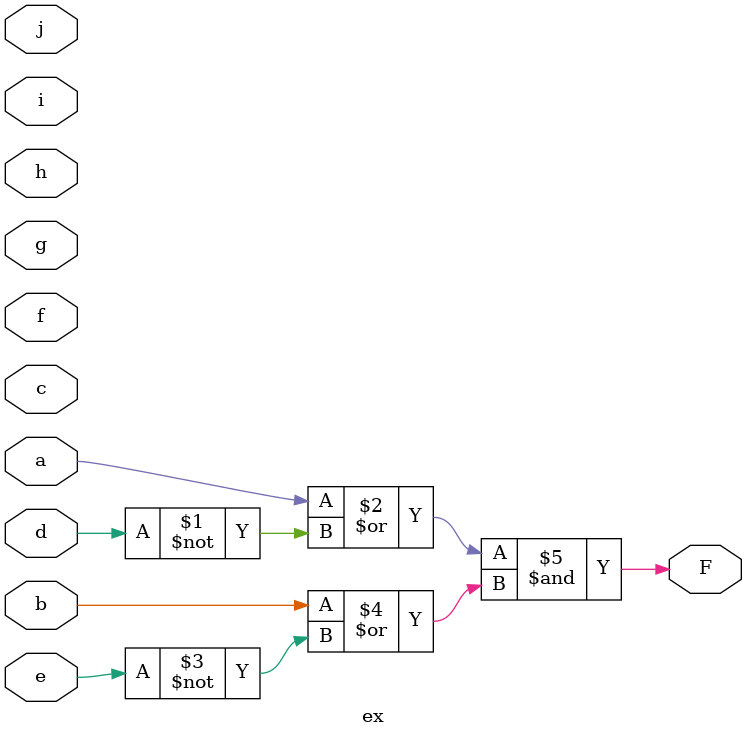
<source format=v>

module ex ( 
    a, b, c, d, e, f, g, h, i, j,
    F  );
  input  a, b, c, d, e, f, g, h, i, j;
  output F;
  assign F = (a | ~d) & (b | ~e);
endmodule



</source>
